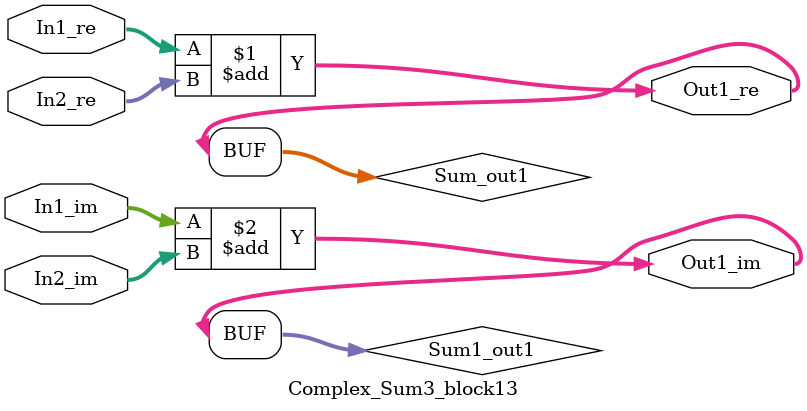
<source format=v>



`timescale 1 ns / 1 ns

module Complex_Sum3_block13
          (In1_re,
           In1_im,
           In2_re,
           In2_im,
           Out1_re,
           Out1_im);


  input   signed [36:0] In1_re;  // sfix37_En22
  input   signed [36:0] In1_im;  // sfix37_En22
  input   signed [36:0] In2_re;  // sfix37_En22
  input   signed [36:0] In2_im;  // sfix37_En22
  output  signed [36:0] Out1_re;  // sfix37_En22
  output  signed [36:0] Out1_im;  // sfix37_En22


  wire signed [36:0] Sum_out1;  // sfix37_En22
  wire signed [36:0] Sum1_out1;  // sfix37_En22


  assign Sum_out1 = In1_re + In2_re;



  assign Out1_re = Sum_out1;

  assign Sum1_out1 = In1_im + In2_im;



  assign Out1_im = Sum1_out1;

endmodule  // Complex_Sum3_block13


</source>
